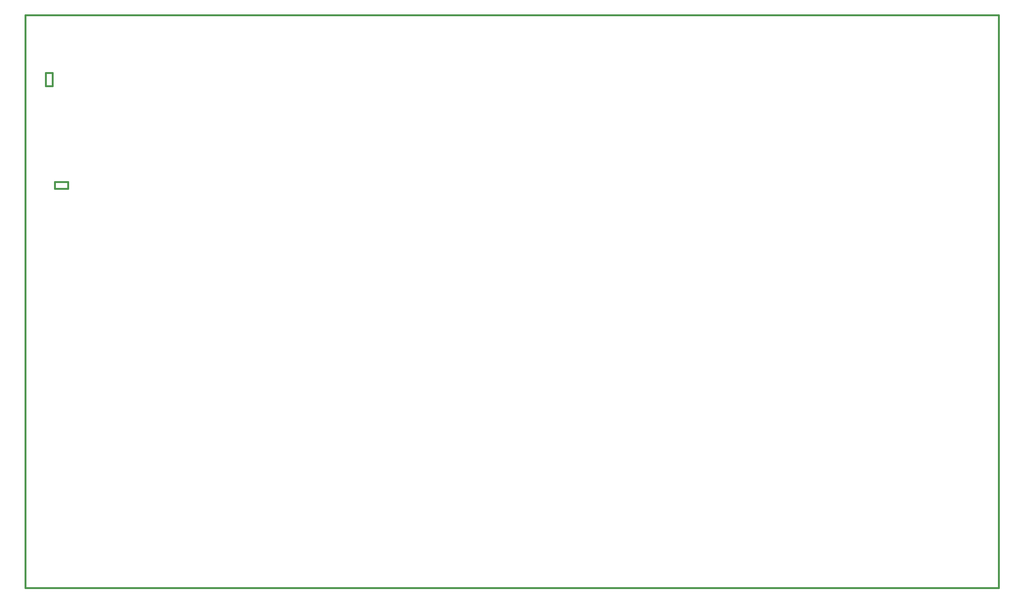
<source format=gko>
%FSLAX33Y33*%
%MOMM*%
%ADD10C,0.381*%
D10*
%LNpath-145*%
G01*
X0Y0D02*
X218200Y0D01*
X218200Y128500*
X0Y128500*
X0Y0*
X4625Y112575D02*
X6125Y112575D01*
X6125Y115575*
X4625Y115575*
X4625Y112575*
X6614Y89564D02*
X9614Y89564D01*
X9614Y91064*
X6614Y91064*
X6614Y89564*
%LNmechanical details_traces*%
M02*
</source>
